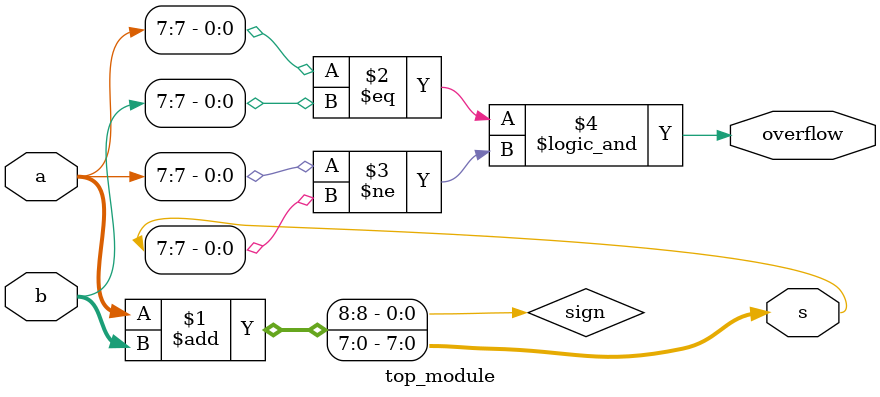
<source format=v>
module top_module (
    input [7:0] a,
    input [7:0] b,
    output [7:0] s,
    output overflow
); //
	wire sign;
    assign {sign, s} = a+b;
    assign overflow = (a[7]==b[7]) && (a[7]!=s[7]);

endmodule


</source>
